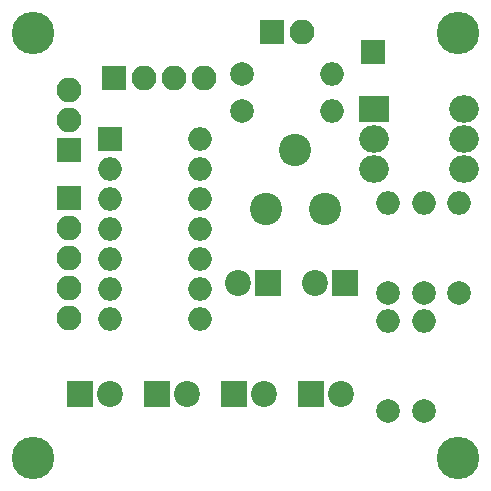
<source format=gbs>
G04 #@! TF.GenerationSoftware,KiCad,Pcbnew,(5.0.0)*
G04 #@! TF.CreationDate,2019-08-04T18:22:56+09:00*
G04 #@! TF.ProjectId,ir_read_mod,69725F726561645F6D6F642E6B696361,rev?*
G04 #@! TF.SameCoordinates,Original*
G04 #@! TF.FileFunction,Soldermask,Bot*
G04 #@! TF.FilePolarity,Negative*
%FSLAX46Y46*%
G04 Gerber Fmt 4.6, Leading zero omitted, Abs format (unit mm)*
G04 Created by KiCad (PCBNEW (5.0.0)) date 08/04/19 18:22:56*
%MOMM*%
%LPD*%
G01*
G04 APERTURE LIST*
%ADD10C,3.600000*%
%ADD11C,2.200000*%
%ADD12R,2.200000X2.200000*%
%ADD13R,2.100000X2.100000*%
%ADD14O,2.100000X2.100000*%
%ADD15C,2.000000*%
%ADD16O,2.000000X2.000000*%
%ADD17C,2.740000*%
%ADD18R,2.000000X2.000000*%
%ADD19R,2.500000X2.300000*%
%ADD20O,2.500000X2.300000*%
G04 APERTURE END LIST*
D10*
G04 #@! TO.C,hole2*
X75400000Y-38400000D03*
G04 #@! TD*
G04 #@! TO.C,hole4*
X75400000Y-74400000D03*
G04 #@! TD*
G04 #@! TO.C,hole3*
X39400000Y-74400000D03*
G04 #@! TD*
D11*
G04 #@! TO.C,D1*
X65440000Y-69000000D03*
D12*
X62900000Y-69000000D03*
G04 #@! TD*
G04 #@! TO.C,D2*
X56400000Y-69000000D03*
D11*
X58940000Y-69000000D03*
G04 #@! TD*
G04 #@! TO.C,D3*
X52440000Y-69000000D03*
D12*
X49900000Y-69000000D03*
G04 #@! TD*
G04 #@! TO.C,D4*
X43400000Y-69000000D03*
D11*
X45940000Y-69000000D03*
G04 #@! TD*
G04 #@! TO.C,D5*
X63260000Y-59600000D03*
D12*
X65800000Y-59600000D03*
G04 #@! TD*
D13*
G04 #@! TO.C,J1*
X46300000Y-42200000D03*
D14*
X48840000Y-42200000D03*
X51380000Y-42200000D03*
X53920000Y-42200000D03*
G04 #@! TD*
D13*
G04 #@! TO.C,J3*
X68200000Y-40050000D03*
G04 #@! TD*
D12*
G04 #@! TO.C,Q1*
X59300000Y-59600000D03*
D11*
X56760000Y-59600000D03*
G04 #@! TD*
D15*
G04 #@! TO.C,R1*
X57100000Y-41900000D03*
D16*
X64720000Y-41900000D03*
G04 #@! TD*
G04 #@! TO.C,R2*
X64720000Y-45000000D03*
D15*
X57100000Y-45000000D03*
G04 #@! TD*
D17*
G04 #@! TO.C,RV1*
X64100000Y-53300000D03*
X61600000Y-48300000D03*
X59100000Y-53300000D03*
G04 #@! TD*
D18*
G04 #@! TO.C,U1*
X45900000Y-47400000D03*
D16*
X53520000Y-62640000D03*
X45900000Y-49940000D03*
X53520000Y-60100000D03*
X45900000Y-52480000D03*
X53520000Y-57560000D03*
X45900000Y-55020000D03*
X53520000Y-55020000D03*
X45900000Y-57560000D03*
X53520000Y-52480000D03*
X45900000Y-60100000D03*
X53520000Y-49940000D03*
X45900000Y-62640000D03*
X53520000Y-47400000D03*
G04 #@! TD*
D10*
G04 #@! TO.C,hole1*
X39400000Y-38400000D03*
G04 #@! TD*
D15*
G04 #@! TO.C,R3*
X69500000Y-60400000D03*
D16*
X69500000Y-52780000D03*
G04 #@! TD*
G04 #@! TO.C,R4*
X72500000Y-52780000D03*
D15*
X72500000Y-60400000D03*
G04 #@! TD*
G04 #@! TO.C,R5*
X75500000Y-60400000D03*
D16*
X75500000Y-52780000D03*
G04 #@! TD*
G04 #@! TO.C,R6*
X69500000Y-62780000D03*
D15*
X69500000Y-70400000D03*
G04 #@! TD*
G04 #@! TO.C,R7*
X72550000Y-70400000D03*
D16*
X72550000Y-62780000D03*
G04 #@! TD*
D19*
G04 #@! TO.C,SW1*
X68300000Y-44850000D03*
D20*
X75920000Y-44850000D03*
X68300000Y-47390000D03*
X75920000Y-47390000D03*
X68300000Y-49930000D03*
X75920000Y-49930000D03*
G04 #@! TD*
D13*
G04 #@! TO.C,SW2*
X42450000Y-48350000D03*
D14*
X42450000Y-45810000D03*
X42450000Y-43270000D03*
G04 #@! TD*
D13*
G04 #@! TO.C,J2*
X42450000Y-52350000D03*
D14*
X42450000Y-54890000D03*
X42450000Y-57430000D03*
X42450000Y-59970000D03*
X42450000Y-62510000D03*
G04 #@! TD*
D13*
G04 #@! TO.C,J4*
X59600000Y-38300000D03*
D14*
X62140000Y-38300000D03*
G04 #@! TD*
M02*

</source>
